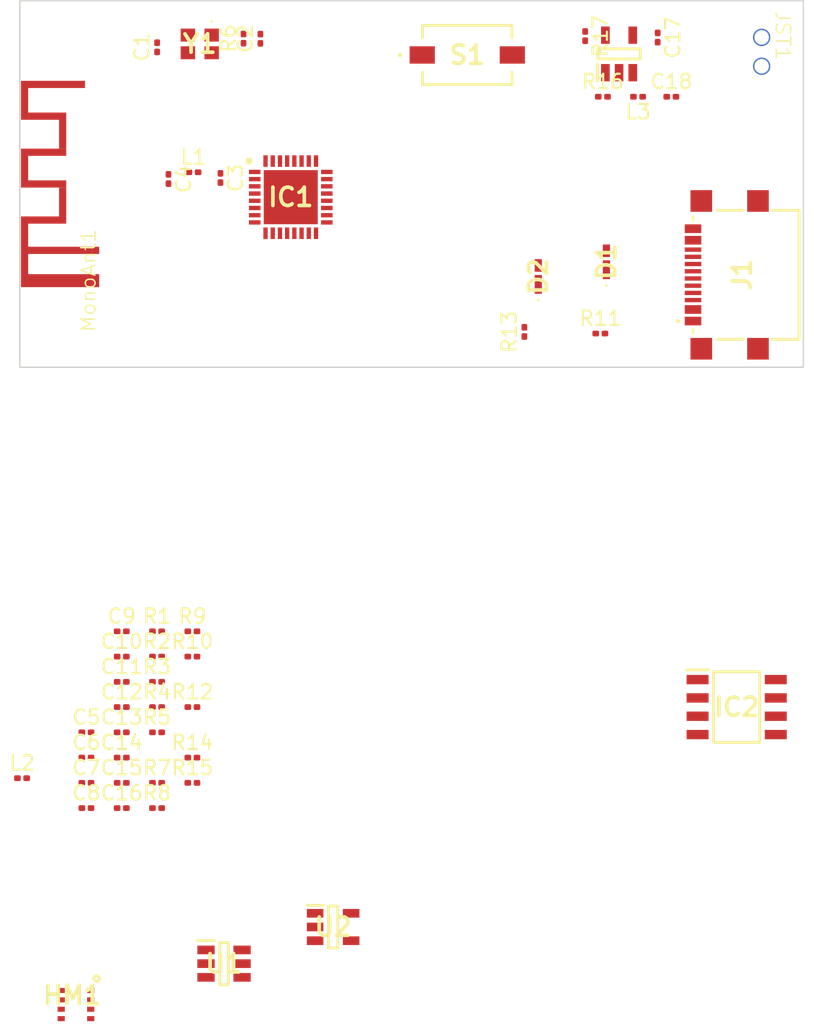
<source format=kicad_pcb>
(kicad_pcb (version 20221018) (generator pcbnew)
  (layers (0 "F.Cu" signal) (31 "B.Cu" signal) (34 "B.Paste" user) (35 "F.Paste" user) (36 "B.SilkS" user "B.Silkscreen") (37 "F.SilkS" user "F.Silkscreen") (38 "B.Mask" user) (39 "F.Mask" user) (44 "Edge.Cuts" user))
  (net 0 "")
  (net 1 "GND")
  (net 2 "+3.3V")
  (net 3 "/SDA")
  (net 4 "/SCL")
  (net 5 "Net-(IC1-CHIP_EN)")
  (net 6 "/USB_DP")
  (net 7 "/USB_DN")
  (net 8 "/USB_DN_1")
  (net 9 "VBUS")
  (net 10 "/USB_DP_1")
  (net 11 "/VBUS_Filt")
  (net 12 "Net-(U2-BP)")
  (net 13 "Net-(Y1-CRYSTAL_1)")
  (net 14 "/XTAL_N")
  (net 15 "/LNA_IN")
  (net 16 "/VDD_SPI")
  (net 18 "Net-(D1-K)")
  (net 19 "Net-(D2-K)")
  (net 20 "/GPIO3")
  (net 33 "Net-(IC1-SPIHD)")
  (net 34 "Net-(IC1-SPIWP)")
  (net 35 "/SPI_CS")
  (net 36 "Net-(IC1-SPICLK)")
  (net 37 "Net-(IC1-SPID)")
  (net 38 "Net-(IC1-SPIQ)")
  (net 39 "Net-(IC1-GPIO18)")
  (net 40 "Net-(IC1-GPIO19)")
  (net 43 "/XTAL_P")
  (net 46 "/SPI_Q")
  (net 47 "/SPI_WP")
  (net 48 "/SPI_D")
  (net 49 "/SPI_CLK")
  (net 50 "/SPI_HD")
  (net 51 "/USB_CC_1")
  (net 53 "/USB_CC_2")
  (net 59 "Net-(MonoAnt1-Feed)")
  (net 60 "Net-(IC3-EN)")
  (net 61 "Net-(IC3-LX)")
  (net 62 "Net-(IC3-FB)")
  (footprint "Capacitor_SMD:C_0201_0603Metric" (layer "F.Cu") (at 118.0592 143.347 -90)
    (fp_text reference "C3" (at 0 -1.05 90) (layer "F.SilkS"))
    (fp_text value "3p3")
    (pad "1" smd roundrect (at -0.32 0 270) (size 0.46 0.4) (layers "F.Cu" "F.Mask") (net 15 "/LNA_IN"))
    (pad "2" smd roundrect (at 0.32 0 270) (size 0.46 0.4) (layers "F.Cu" "F.Mask") (net 1 "GND"))
  )
  (footprint "Capacitor_SMD:C_0201_0603Metric" (layer "F.Cu") (at 114.4524 143.419 -90)
    (fp_text reference "C4" (at 0 -1.05 90) (layer "F.SilkS"))
    (fp_text value "3p3")
    (pad "1" smd roundrect (at -0.32 0 270) (size 0.46 0.4) (layers "F.Cu" "F.Mask") (net 59 "Net-(MonoAnt1-Feed)"))
    (pad "2" smd roundrect (at 0.32 0 270) (size 0.46 0.4) (layers "F.Cu" "F.Mask") (net 1 "GND"))
  )
  (footprint "Resistor_SMD:R_0201_0603Metric" (layer "F.Cu") (at 116.1118 180.0176)
    (fp_text reference "R12" (at 0 -1.05) (layer "F.SilkS"))
    (fp_text value "10k")
    (pad "1" smd roundrect (at -0.32 0) (size 0.46 0.4) (layers "F.Cu" "F.Mask") (net 2 "+3.3V"))
    (pad "2" smd roundrect (at 0.32 0) (size 0.46 0.4) (layers "F.Cu" "F.Mask") (net 5 "Net-(IC1-CHIP_EN)"))
  )
  (footprint "ASCKCF00-AP5R5010402:ASCKCF00AP5R5010402" (layer "F.Cu") (at 144.8308 149.1576 -90)
    (fp_text reference "D1" (at 0 0 90) (layer "F.SilkS") (effects (font (size 1.27 1.27) (thickness 0.254))))
    (fp_text value "LED" hide)
    (fp_line (start 1.6 0) (end 1.6 0) (stroke (width 0.1)) (layer "F.SilkS"))
    (fp_line (start 1.7 0) (end 1.7 0) (stroke (width 0.1)) (layer "F.SilkS"))
    (fp_arc (start 1.6 0) (mid 1.65 -0.05) (end 1.7 0) (stroke (width 0.1)) (layer "F.SilkS"))
    (fp_arc (start 1.7 0) (mid 1.65 0.05) (end 1.6 0) (stroke (width 0.1)) (layer "F.SilkS"))
    (pad "1" smd rect (at 0.55 0) (size 0.5 1.3) (layers "F.Cu" "F.Paste" "F.Mask") (net 18 "Net-(D1-K)"))
    (pad "2" smd rect (at -0.765 0) (size 0.5 0.87) (layers "F.Cu" "F.Paste" "F.Mask") (net 2 "+3.3V"))
  )
  (footprint "Footprint_Lib:Mono_Ant" (layer "F.Cu") (at 109.39605 150.4636 90)
    (fp_text reference "MonoAnt1" (at 0 -0.5 90 unlocked) (layer "F.SilkS") (effects (font (thickness 0.1))))
    (fp_text value "~")
    (fp_rect (start -0.45 -4.6736) (end 0.4492 -0.25) (stroke (width 0.001)) (fill solid) (layer "F.Cu"))
    (fp_rect (start -0.45 -4.6736) (end 4.4492 -5.1736) (stroke (width 0.001)) (fill solid) (layer "F.Cu"))
    (fp_rect (start 1.85 -4.6736) (end 2.35 -0.25) (stroke (width 0.001)) (fill solid) (layer "F.Cu"))
    (fp_rect (start 4.4492 -2.5336) (end 6.4492 -2.0336) (stroke (width 0.001)) (fill solid) (layer "F.Cu"))
    (fp_rect (start 4.4492 -2.0336) (end 3.9492 -4.6736) (stroke (width 0.001)) (fill solid) (layer "F.Cu"))
    (fp_rect (start 6.4492 -5.1736) (end 9.1492 -4.6736) (stroke (width 0.001)) (fill solid) (layer "F.Cu"))
    (fp_rect (start 6.9492 -2.0336) (end 6.4492 -4.6736) (stroke (width 0.001)) (fill solid) (layer "F.Cu"))
    (fp_rect (start 9.1492 -2.5336) (end 11.1492 -2.0336) (stroke (width 0.001)) (fill solid) (layer "F.Cu"))
    (fp_rect (start 9.1492 -2.0336) (end 8.6492 -4.6736) (stroke (width 0.001)) (fill solid) (layer "F.Cu"))
    (fp_rect (start 11.1492 -5.1736) (end 13.8492 -4.6736) (stroke (width 0.001)) (fill solid) (layer "F.Cu"))
    (fp_rect (start 11.6492 -2.0336) (end 11.1492 -4.6736) (stroke (width 0.001)) (fill solid) (layer "F.Cu"))
    (fp_rect (start 13.8492 -4.6736) (end 13.3492 -0.7336) (stroke (width 0.001)) (fill solid) (layer "F.Cu"))
    (pad "1" smd rect (at 2.1 0 270) (size 0.5 0.5) (layers "F.Cu" "F.Paste" "F.Mask") (net 59 "Net-(MonoAnt1-Feed)"))
    (pad "2" smd rect (at 0 0 270) (size 0.9 0.5) (layers "F.Cu" "F.Paste" "F.Mask") (net 1 "GND"))
  )
  (footprint "Capacitor_SMD:C_0201_0603Metric" (layer "F.Cu") (at 108.7618 185.2676)
    (fp_text reference "C7" (at 0 -1.05) (layer "F.SilkS"))
    (fp_text value "10uF")
    (pad "1" smd roundrect (at -0.32 0) (size 0.46 0.4) (layers "F.Cu" "F.Mask") (net 2 "+3.3V"))
    (pad "2" smd roundrect (at 0.32 0) (size 0.46 0.4) (layers "F.Cu" "F.Mask") (net 1 "GND"))
  )
  (footprint "Resistor_SMD:R_0201_0603Metric" (layer "F.Cu") (at 113.6618 185.2676)
    (fp_text reference "R7" (at 0 -1.05) (layer "F.SilkS"))
    (fp_text value "0")
    (pad "1" smd roundrect (at -0.32 0) (size 0.46 0.4) (layers "F.Cu" "F.Mask") (net 40 "Net-(IC1-GPIO19)"))
    (pad "2" smd roundrect (at 0.32 0) (size 0.46 0.4) (layers "F.Cu" "F.Mask") (net 6 "/USB_DP"))
  )
  (footprint "Capacitor_SMD:C_0201_0603Metric" (layer "F.Cu") (at 111.2118 174.7676)
    (fp_text reference "C9" (at 0 -1.05) (layer "F.SilkS"))
    (fp_text value "10uF")
    (pad "1" smd roundrect (at -0.32 0) (size 0.46 0.4) (layers "F.Cu" "F.Mask") (net 11 "/VBUS_Filt"))
    (pad "2" smd roundrect (at 0.32 0) (size 0.46 0.4) (layers "F.Cu" "F.Mask") (net 1 "GND"))
  )
  (footprint "Resistor_SMD:R_0201_0603Metric" (layer "F.Cu") (at 113.6618 187.0176)
    (fp_text reference "R8" (at 0 -1.05) (layer "F.SilkS"))
    (fp_text value "0")
    (pad "1" smd roundrect (at -0.32 0) (size 0.46 0.4) (layers "F.Cu" "F.Mask") (net 39 "Net-(IC1-GPIO18)"))
    (pad "2" smd roundrect (at 0.32 0) (size 0.46 0.4) (layers "F.Cu" "F.Mask") (net 7 "/USB_DN"))
  )
  (footprint "Capacitor_SMD:C_0201_0603Metric" (layer "F.Cu") (at 111.2118 181.7676)
    (fp_text reference "C13" (at 0 -1.05) (layer "F.SilkS"))
    (fp_text value "1uF")
    (pad "1" smd roundrect (at -0.32 0) (size 0.46 0.4) (layers "F.Cu" "F.Mask") (net 1 "GND"))
    (pad "2" smd roundrect (at 0.32 0) (size 0.46 0.4) (layers "F.Cu" "F.Mask") (net 16 "/VDD_SPI"))
  )
  (footprint "Resistor_SMD:R_0201_0603Metric" (layer "F.Cu") (at 119.6604 133.6882 90)
    (fp_text reference "R6" (at 0 -1.05 90) (layer "F.SilkS"))
    (fp_text value "0")
    (pad "1" smd roundrect (at -0.32 0 90) (size 0.46 0.4) (layers "F.Cu" "F.Mask") (net 43 "/XTAL_P"))
    (pad "2" smd roundrect (at 0.32 0 90) (size 0.46 0.4) (layers "F.Cu" "F.Mask") (net 13 "Net-(Y1-CRYSTAL_1)"))
  )
  (footprint "Resistor_SMD:R_0201_0603Metric" (layer "F.Cu") (at 113.6618 174.7676)
    (fp_text reference "R1" (at 0 -1.05) (layer "F.SilkS"))
    (fp_text value "0")
    (pad "1" smd roundrect (at -0.32 0) (size 0.46 0.4) (layers "F.Cu" "F.Mask") (net 33 "Net-(IC1-SPIHD)"))
    (pad "2" smd roundrect (at 0.32 0) (size 0.46 0.4) (layers "F.Cu" "F.Mask") (net 50 "/SPI_HD"))
  )
  (footprint "434781025816:434781025816" (layer "F.Cu") (at 135.1788 134.8232)
    (fp_text reference "S1" (at 0 0) (layer "F.SilkS") (effects (font (size 1.27 1.27) (thickness 0.254))))
    (fp_text value "434781025816" hide)
    (fp_line (start -4.7 0) (end -4.7 0) (stroke (width 0.2)) (layer "F.SilkS"))
    (fp_line (start -4.7 0) (end -4.7 0) (stroke (width 0.2)) (layer "F.SilkS"))
    (fp_line (start -4.6 0) (end -4.6 0) (stroke (width 0.2)) (layer "F.SilkS"))
    (fp_line (start -3.1 -2.05) (end 3.1 -2.05) (stroke (width 0.2)) (layer "F.SilkS"))
    (fp_line (start -3.1 -1.2) (end -3.1 -2.05) (stroke (width 0.2)) (layer "F.SilkS"))
    (fp_line (start -3.1 1.2) (end -3.1 2.05) (stroke (width 0.2)) (layer "F.SilkS"))
    (fp_line (start -3.1 2.05) (end 3.1 2.05) (stroke (width 0.2)) (layer "F.SilkS"))
    (fp_line (start 3.1 -2.05) (end 3.1 -1.2) (stroke (width 0.2)) (layer "F.SilkS"))
    (fp_line (start 3.1 2.05) (end 3.1 1.2) (stroke (width 0.2)) (layer "F.SilkS"))
    (fp_arc (start -4.7 0) (mid -4.65 -0.05) (end -4.6 0) (stroke (width 0.2)) (layer "F.SilkS"))
    (fp_arc (start -4.6 0) (mid -4.65 0.05) (end -4.7 0) (stroke (width 0.2)) (layer "F.SilkS"))
    (fp_arc (start -4.6 0) (mid -4.65 0.05) (end -4.7 0) (stroke (width 0.2)) (layer "F.SilkS"))
    (pad "1" smd rect (at -3.125 0 90) (size 1.2 1.75) (layers "F.Cu" "F.Paste" "F.Mask") (net 5 "Net-(IC1-CHIP_EN)"))
    (pad "2" smd rect (at 3.125 0 90) (size 1.2 1.75) (layers "F.Cu" "F.Paste" "F.Mask") (net 1 "GND"))
  )
  (footprint "Resistor_SMD:R_0201_0603Metric" (layer "F.Cu") (at 116.1118 174.7676)
    (fp_text reference "R9" (at 0 -1.05) (layer "F.SilkS"))
    (fp_text value "5k1")
    (pad "1" smd roundrect (at -0.32 0) (size 0.46 0.4) (layers "F.Cu" "F.Mask") (net 51 "/USB_CC_1"))
    (pad "2" smd roundrect (at 0.32 0) (size 0.46 0.4) (layers "F.Cu" "F.Mask") (net 1 "GND"))
  )
  (footprint "JST_Connectors:JST-PH2.0mm" (layer "F.Cu") (at 155.6004 133.604 -90)
    (fp_text reference "JST1" (at -0.1336 -1.4732 -90 unlocked) (layer "F.SilkS") (effects (font (thickness 0.1))))
    (fp_text value "~")
    (pad "1" thru_hole circle (at 0 0 270) (size 1.2 1.2) (drill 1) (layers "*.Cu" "*.Mask") (net 60 "Net-(IC3-EN)"))
    (pad "2" thru_hole circle (at 2 0 270) (size 1.2 1.2) (drill 1) (layers "*.Cu" "*.Mask") (net 1 "GND"))
  )
  (footprint "Capacitor_SMD:C_0201_0603Metric" (layer "F.Cu") (at 108.7618 181.7676)
    (fp_text reference "C5" (at 0 -1.05) (layer "F.SilkS"))
    (fp_text value "x")
    (pad "1" smd roundrect (at -0.32 0) (size 0.46 0.4) (layers "F.Cu" "F.Mask") (net 7 "/USB_DN"))
    (pad "2" smd roundrect (at 0.32 0) (size 0.46 0.4) (layers "F.Cu" "F.Mask") (net 1 "GND"))
  )
  (footprint "Inductor_SMD:L_0201_0603Metric" (layer "F.Cu") (at 147.0258 137.7188 180)
    (fp_text reference "L3" (at 0 -1.05) (layer "F.SilkS"))
    (fp_text value "2.2u")
    (pad "1" smd roundrect (at -0.32 0 180) (size 0.46 0.4) (layers "F.Cu" "F.Mask") (net 2 "+3.3V"))
    (pad "2" smd roundrect (at 0.32 0 180) (size 0.46 0.4) (layers "F.Cu" "F.Mask") (net 61 "Net-(IC3-LX)"))
  )
  (footprint "BME280:BME280" (layer "F.Cu") (at 107.0112 199.6576)
    (fp_text reference "HM1" (at 0.764 0.338) (layer "F.SilkS") (effects (font (size 1.27 1.27) (thickness 0.254))))
    (fp_text value "BME280" hide)
    (fp_circle (center 2.455 -0.827) (end 2.455 -0.62311) (stroke (width 0.2)) (fill none) (layer "F.SilkS"))
    (pad "1" smd rect (at 2.05 0 90) (size 0.35 0.5) (layers "F.Cu" "F.Paste" "F.Mask") (net 1 "GND"))
    (pad "2" smd rect (at 2.05 0.65 90) (size 0.35 0.5) (layers "F.Cu" "F.Paste" "F.Mask") (net 2 "+3.3V"))
    (pad "3" smd rect (at 2.05 1.3 90) (size 0.35 0.5) (layers "F.Cu" "F.Paste" "F.Mask") (net 3 "/SDA"))
    (pad "4" smd rect (at 2.05 1.95 90) (size 0.35 0.5) (layers "F.Cu" "F.Paste" "F.Mask") (net 4 "/SCL"))
    (pad "5" smd rect (at 0 1.95 90) (size 0.35 0.5) (layers "F.Cu" "F.Paste" "F.Mask") (net 1 "GND"))
    (pad "6" smd rect (at 0 1.3 90) (size 0.35 0.5) (layers "F.Cu" "F.Paste" "F.Mask") (net 2 "+3.3V"))
    (pad "7" smd rect (at 0 0.65 90) (size 0.35 0.5) (layers "F.Cu" "F.Paste" "F.Mask") (net 1 "GND"))
    (pad "8" smd rect (at 0 0 90) (size 0.35 0.5) (layers "F.Cu" "F.Paste" "F.Mask") (net 2 "+3.3V"))
  )
  (footprint "Resistor_SMD:R_0201_0603Metric" (layer "F.Cu") (at 113.6618 181.7676)
    (fp_text reference "R5" (at 0 -1.05) (layer "F.SilkS"))
    (fp_text value "0")
    (pad "1" smd roundrect (at -0.32 0) (size 0.46 0.4) (layers "F.Cu" "F.Mask") (net 37 "Net-(IC1-SPID)"))
    (pad "2" smd roundrect (at 0.32 0) (size 0.46 0.4) (layers "F.Cu" "F.Mask") (net 48 "/SPI_D"))
  )
  (footprint "SPX3819M5-L-3-3_TR:SOT95P280X145-5N" (layer "F.Cu") (at 125.8748 195.2576)
    (fp_text reference "U2" (at 0 0) (layer "F.SilkS") (effects (font (size 1.27 1.27) (thickness 0.254))))
    (fp_text value "SPX3819M5-L-3-3" hide)
    (fp_line (start -1.825 -1.5) (end -0.675 -1.5) (stroke (width 0.2)) (layer "F.SilkS"))
    (fp_line (start -0.325 -1.45) (end 0.325 -1.45) (stroke (width 0.2)) (layer "F.SilkS"))
    (fp_line (start -0.325 1.45) (end -0.325 -1.45) (stroke (width 0.2)) (layer "F.SilkS"))
    (fp_line (start 0.325 -1.45) (end 0.325 1.45) (stroke (width 0.2)) (layer "F.SilkS"))
    (fp_line (start 0.325 1.45) (end -0.325 1.45) (stroke (width 0.2)) (layer "F.SilkS"))
    (pad "1" smd rect (at -1.25 -0.95 90) (size 0.6 1.15) (layers "F.Cu" "F.Paste" "F.Mask") (net 11 "/VBUS_Filt"))
    (pad "2" smd rect (at -1.25 0 90) (size 0.6 1.15) (layers "F.Cu" "F.Paste" "F.Mask") (net 1 "GND"))
    (pad "3" smd rect (at -1.25 0.95 90) (size 0.6 1.15) (layers "F.Cu" "F.Paste" "F.Mask") (net 11 "/VBUS_Filt"))
    (pad "4" smd rect (at 1.25 0.95 90) (size 0.6 1.15) (layers "F.Cu" "F.Paste" "F.Mask") (net 12 "Net-(U2-BP)"))
    (pad "5" smd rect (at 1.25 -0.95 90) (size 0.6 1.15) (layers "F.Cu" "F.Paste" "F.Mask") (net 2 "+3.3V"))
  )
  (footprint "Capacitor_SMD:C_0201_0603Metric" (layer "F.Cu") (at 111.2118 176.5176)
    (fp_text reference "C10" (at 0 -1.05) (layer "F.SilkS"))
    (fp_text value "100nF")
    (pad "1" smd roundrect (at -0.32 0) (size 0.46 0.4) (layers "F.Cu" "F.Mask") (net 9 "VBUS"))
    (pad "2" smd roundrect (at 0.32 0) (size 0.46 0.4) (layers "F.Cu" "F.Mask") (net 1 "GND"))
  )
  (footprint "Resistor_SMD:R_0201_0603Metric" (layer "F.Cu") (at 116.1118 183.5176)
    (fp_text reference "R14" (at 0 -1.05) (layer "F.SilkS"))
    (fp_text value "4k7")
    (pad "1" smd roundrect (at -0.32 0) (size 0.46 0.4) (layers "F.Cu" "F.Mask") (net 2 "+3.3V"))
    (pad "2" smd roundrect (at 0.32 0) (size 0.46 0.4) (layers "F.Cu" "F.Mask") (net 3 "/SDA"))
  )
  (footprint "Capacitor_SMD:C_0201_0603Metric" (layer "F.Cu") (at 148.3868 133.6146 -90)
    (fp_text reference "C17" (at 0 -1.05 90) (layer "F.SilkS"))
    (fp_text value "22u")
    (pad "1" smd roundrect (at -0.32 0 270) (size 0.46 0.4) (layers "F.Cu" "F.Mask") (net 60 "Net-(IC3-EN)"))
    (pad "2" smd roundrect (at 0.32 0 270) (size 0.46 0.4) (layers "F.Cu" "F.Mask") (net 1 "GND"))
  )
  (footprint "Resistor_SMD:R_0201_0603Metric" (layer "F.Cu") (at 113.6618 176.5176)
    (fp_text reference "R2" (at 0 -1.05) (layer "F.SilkS"))
    (fp_text value "0")
    (pad "1" smd roundrect (at -0.32 0) (size 0.46 0.4) (layers "F.Cu" "F.Mask") (net 38 "Net-(IC1-SPIQ)"))
    (pad "2" smd roundrect (at 0.32 0) (size 0.46 0.4) (layers "F.Cu" "F.Mask") (net 46 "/SPI_Q"))
  )
  (footprint "SY8089AAAC:SOT95P285X140-5N" (layer "F.Cu") (at 145.7096 134.7516 90)
    (fp_text reference "IC3" hide)
    (fp_text value "SMD_IC_SY8089AAAC" hide)
    (fp_line (start -1.9 -1.5) (end -0.7 -1.5) (stroke (width 0.2)) (layer "F.SilkS"))
    (fp_line (start -0.35 -1.475) (end 0.35 -1.475) (stroke (width 0.2)) (layer "F.SilkS"))
    (fp_line (start -0.35 1.475) (end -0.35 -1.475) (stroke (width 0.2)) (layer "F.SilkS"))
    (fp_line (start 0.35 -1.475) (end 0.35 1.475) (stroke (width 0.2)) (layer "F.SilkS"))
    (fp_line (start 0.35 1.475) (end -0.35 1.475) (stroke (width 0.2)) (layer "F.SilkS"))
    (pad "1" smd rect (at -1.3 -0.95 180) (size 0.6 1.2) (layers "F.Cu" "F.Paste" "F.Mask") (net 60 "Net-(IC3-EN)"))
    (pad "2" smd rect (at -1.3 0 180) (size 0.6 1.2) (layers "F.Cu" "F.Paste" "F.Mask") (net 1 "GND"))
    (pad "3" smd rect (at -1.3 0.95 180) (size 0.6 1.2) (layers "F.Cu" "F.Paste" "F.Mask") (net 61 "Net-(IC3-LX)"))
    (pad "4" smd rect (at 1.3 0.95 180) (size 0.6 1.2) (layers "F.Cu" "F.Paste" "F.Mask") (net 60 "Net-(IC3-EN)"))
    (pad "5" smd rect (at 1.3 -0.95 180) (size 0.6 1.2) (layers "F.Cu" "F.Paste" "F.Mask") (net 62 "Net-(IC3-FB)"))
  )
  (footprint "ESP32-C3:QFN50P500X500X90-33N-D" (layer "F.Cu") (at 122.936 144.6784)
    (fp_text reference "IC1" (at 0 0) (layer "F.SilkS") (effects (font (size 1.27 1.27) (thickness 0.254))))
    (fp_text value "ESP32-C3" hide)
    (fp_circle (center -2.9 -2.5) (end -2.9 -2.375) (stroke (width 0.25)) (fill none) (layer "F.SilkS"))
    (pad "1" smd rect (at -2.5 -1.75 90) (size 0.3 0.8) (layers "F.Cu" "F.Paste" "F.Mask") (net 15 "/LNA_IN"))
    (pad "2" smd rect (at -2.5 -1.25 90) (size 0.3 0.8) (layers "F.Cu" "F.Paste" "F.Mask"))
    (pad "3" smd rect (at -2.5 -0.75 90) (size 0.3 0.8) (layers "F.Cu" "F.Paste" "F.Mask"))
    (pad "4" smd rect (at -2.5 -0.25 90) (size 0.3 0.8) (layers "F.Cu" "F.Paste" "F.Mask"))
    (pad "5" smd rect (at -2.5 0.25 90) (size 0.3 0.8) (layers "F.Cu" "F.Paste" "F.Mask"))
    (pad "6" smd rect (at -2.5 0.75 90) (size 0.3 0.8) (layers "F.Cu" "F.Paste" "F.Mask"))
    (pad "7" smd rect (at -2.5 1.25 90) (size 0.3 0.8) (layers "F.Cu" "F.Paste" "F.Mask") (net 5 "Net-(IC1-CHIP_EN)"))
    (pad "8" smd rect (at -2.5 1.75 90) (size 0.3 0.8) (layers "F.Cu" "F.Paste" "F.Mask") (net 20 "/GPIO3"))
    (pad "9" smd rect (at -1.75 2.5) (size 0.3 0.8) (layers "F.Cu" "F.Paste" "F.Mask"))
    (pad "10" smd rect (at -1.25 2.5) (size 0.3 0.8) (layers "F.Cu" "F.Paste" "F.Mask"))
    (pad "11" smd rect (at -0.75 2.5) (size 0.3 0.8) (layers "F.Cu" "F.Paste" "F.Mask"))
    (pad "12" smd rect (at -0.25 2.5) (size 0.3 0.8) (layers "F.Cu" "F.Paste" "F.Mask"))
    (pad "13" smd rect (at 0.25 2.5) (size 0.3 0.8) (layers "F.Cu" "F.Paste" "F.Mask"))
    (pad "14" smd rect (at 0.75 2.5) (size 0.3 0.8) (layers "F.Cu" "F.Paste" "F.Mask") (net 4 "/SCL"))
    (pad "15" smd rect (at 1.25 2.5) (size 0.3 0.8) (layers "F.Cu" "F.Paste" "F.Mask") (net 3 "/SDA"))
    (pad "16" smd rect (at 1.75 2.5) (size 0.3 0.8) (layers "F.Cu" "F.Paste" "F.Mask"))
    (pad "17" smd rect (at 2.5 1.75 90) (size 0.3 0.8) (layers "F.Cu" "F.Paste" "F.Mask"))
    (pad "18" smd rect (at 2.5 1.25 90) (size 0.3 0.8) (layers "F.Cu" "F.Paste" "F.Mask") (net 16 "/VDD_SPI"))
    (pad "19" smd rect (at 2.5 0.75 90) (size 0.3 0.8) (layers "F.Cu" "F.Paste" "F.Mask") (net 33 "Net-(IC1-SPIHD)"))
    (pad "20" smd rect (at 2.5 0.25 90) (size 0.3 0.8) (layers "F.Cu" "F.Paste" "F.Mask") (net 34 "Net-(IC1-SPIWP)"))
    (pad "21" smd rect (at 2.5 -0.25 90) (size 0.3 0.8) (layers "F.Cu" "F.Paste" "F.Mask") (net 35 "/SPI_CS"))
    (pad "22" smd rect (at 2.5 -0.75 90) (size 0.3 0.8) (layers "F.Cu" "F.Paste" "F.Mask") (net 36 "Net-(IC1-SPICLK)"))
    (pad "23" smd rect (at 2.5 -1.25 90) (size 0.3 0.8) (layers "F.Cu" "F.Paste" "F.Mask") (net 37 "Net-(IC1-SPID)"))
    (pad "24" smd rect (at 2.5 -1.75 90) (size 0.3 0.8) (layers "F.Cu" "F.Paste" "F.Mask") (net 38 "Net-(IC1-SPIQ)"))
    (pad "25" smd rect (at 1.75 -2.5) (size 0.3 0.8) (layers "F.Cu" "F.Paste" "F.Mask") (net 39 "Net-(IC1-GPIO18)"))
    (pad "26" smd rect (at 1.25 -2.5) (size 0.3 0.8) (layers "F.Cu" "F.Paste" "F.Mask") (net 40 "Net-(IC1-GPIO19)"))
    (pad "27" smd rect (at 0.75 -2.5) (size 0.3 0.8) (layers "F.Cu" "F.Paste" "F.Mask"))
    (pad "28" smd rect (at 0.25 -2.5) (size 0.3 0.8) (layers "F.Cu" "F.Paste" "F.Mask"))
    (pad "29" smd rect (at -0.25 -2.5) (size 0.3 0.8) (layers "F.Cu" "F.Paste" "F.Mask") (net 14 "/XTAL_N"))
    (pad "30" smd rect (at -0.75 -2.5) (size 0.3 0.8) (layers "F.Cu" "F.Paste" "F.Mask") (net 43 "/XTAL_P"))
    (pad "31" smd rect (at -1.25 -2.5) (size 0.3 0.8) (layers "F.Cu" "F.Paste" "F.Mask"))
    (pad "32" smd rect (at -1.75 -2.5) (size 0.3 0.8) (layers "F.Cu" "F.Paste" "F.Mask"))
    (pad "33" smd rect (at 0 0) (size 3.75 3.75) (layers "F.Cu" "F.Paste" "F.Mask") (net 1 "GND"))
  )
  (footprint "Resistor_SMD:R_0201_0603Metric" (layer "F.Cu") (at 113.6618 178.2676)
    (fp_text reference "R3" (at 0 -1.05) (layer "F.SilkS"))
    (fp_text value "0")
    (pad "1" smd roundrect (at -0.32 0) (size 0.46 0.4) (layers "F.Cu" "F.Mask") (net 34 "Net-(IC1-SPIWP)"))
    (pad "2" smd roundrect (at 0.32 0) (size 0.46 0.4) (layers "F.Cu" "F.Mask") (net 47 "/SPI_WP"))
  )
  (footprint "Capacitor_SMD:C_0201_0603Metric" (layer "F.Cu") (at 111.2118 187.0176)
    (fp_text reference "C16" (at 0 -1.05) (layer "F.SilkS"))
    (fp_text value "100n")
    (pad "1" smd roundrect (at -0.32 0) (size 0.46 0.4) (layers "F.Cu" "F.Mask") (net 2 "+3.3V"))
    (pad "2" smd roundrect (at 0.32 0) (size 0.46 0.4) (layers "F.Cu" "F.Mask") (net 1 "GND"))
  )
  (footprint "Capacitor_SMD:C_0201_0603Metric" (layer "F.Cu") (at 108.7618 187.0176)
    (fp_text reference "C8" (at 0 -1.05) (layer "F.SilkS"))
    (fp_text value "100nF")
    (pad "1" smd roundrect (at -0.32 0) (size 0.46 0.4) (layers "F.Cu" "F.Mask") (net 12 "Net-(U2-BP)"))
    (pad "2" smd roundrect (at 0.32 0) (size 0.46 0.4) (layers "F.Cu" "F.Mask") (net 1 "GND"))
  )
  (footprint "Capacitor_SMD:C_0201_0603Metric" (layer "F.Cu") (at 149.3368 137.7188)
    (fp_text reference "C18" (at 0 -1.05) (layer "F.SilkS"))
    (fp_text value "22u")
    (pad "1" smd roundrect (at -0.32 0) (size 0.46 0.4) (layers "F.Cu" "F.Mask") (net 2 "+3.3V"))
    (pad "2" smd roundrect (at 0.32 0) (size 0.46 0.4) (layers "F.Cu" "F.Mask") (net 1 "GND"))
  )
  (footprint "Inductor_SMD:L_0201_0603Metric" (layer "F.Cu") (at 104.2966 184.9452)
    (fp_text reference "L2" (at 0 -1.05) (layer "F.SilkS"))
    (fp_text value "2n2")
    (pad "1" smd roundrect (at -0.32 0) (size 0.46 0.4) (layers "F.Cu" "F.Mask") (net 9 "VBUS"))
    (pad "2" smd roundrect (at 0.32 0) (size 0.46 0.4) (layers "F.Cu" "F.Mask") (net 11 "/VBUS_Filt"))
  )
  (footprint "Capacitor_SMD:C_0201_0603Metric" (layer "F.Cu") (at 111.2118 178.2676)
    (fp_text reference "C11" (at 0 -1.05) (layer "F.SilkS"))
    (fp_text value "100nF")
    (pad "1" smd roundrect (at -0.32 0) (size 0.46 0.4) (layers "F.Cu" "F.Mask") (net 11 "/VBUS_Filt"))
    (pad "2" smd roundrect (at 0.32 0) (size 0.46 0.4) (layers "F.Cu" "F.Mask") (net 1 "GND"))
  )
  (footprint "Resistor_SMD:R_0201_0603Metric" (layer "F.Cu") (at 116.1118 176.5176)
    (fp_text reference "R10" (at 0 -1.05) (layer "F.SilkS"))
    (fp_text value "5k1")
    (pad "1" smd roundrect (at -0.32 0) (size 0.46 0.4) (layers "F.Cu" "F.Mask") (net 1 "GND"))
    (pad "2" smd roundrect (at 0.32 0) (size 0.46 0.4) (layers "F.Cu" "F.Mask") (net 53 "/USB_CC_2"))
  )
  (footprint "830108208709:830108208709" (layer "F.Cu") (at 116.6246 134.0578 180)
    (fp_text reference "Y1" (at 0 0) (layer "F.SilkS") (effects (font (size 1.27 1.27) (thickness 0.254))))
    (fp_text value "830108208709_crystal" hide)
    (fp_line (start -0.825 1.5) (end -0.825 1.5) (stroke (width 0.1)) (layer "F.SilkS"))
    (fp_line (start -0.825 1.6) (end -0.825 1.6) (stroke (width 0.1)) (layer "F.SilkS"))
    (fp_arc (start -0.825 1.5) (mid -0.775 1.55) (end -0.825 1.6) (stroke (width 0.1)) (layer "F.SilkS"))
    (fp_arc (start -0.825 1.6) (mid -0.875 1.55) (end -0.825 1.5) (stroke (width 0.1)) (layer "F.SilkS"))
    (pad "1" smd rect (at -0.825 0.613 270) (size 0.9 1) (layers "F.Cu" "F.Paste" "F.Mask") (net 13 "Net-(Y1-CRYSTAL_1)"))
    (pad "2" smd rect (at 0.825 0.613 270) (size 0.9 1) (layers "F.Cu" "F.Paste" "F.Mask") (net 1 "GND"))
    (pad "3" smd rect (at 0.825 -0.613 270) (size 0.9 1) (layers "F.Cu" "F.Paste" "F.Mask") (net 14 "/XTAL_N"))
    (pad "4" smd rect (at -0.825 -0.613 270) (size 0.9 1) (layers "F.Cu" "F.Paste" "F.Mask") (net 1 "GND"))
  )
  (footprint "Capacitor_SMD:C_0201_0603Metric" (layer "F.Cu") (at 111.2118 185.2676)
    (fp_text reference "C15" (at 0 -1.05) (layer "F.SilkS"))
    (fp_text value "100n")
    (pad "1" smd roundrect (at -0.32 0) (size 0.46 0.4) (layers "F.Cu" "F.Mask") (net 2 "+3.3V"))
    (pad "2" smd roundrect (at 0.32 0) (size 0.46 0.4) (layers "F.Cu" "F.Mask") (net 1 "GND"))
  )
  (footprint "Resistor_SMD:R_0201_0603Metric" (layer "F.Cu") (at 113.6618 180.0176)
    (fp_text reference "R4" (at 0 -1.05) (layer "F.SilkS"))
    (fp_text value "0")
    (pad "1" smd roundrect (at -0.32 0) (size 0.46 0.4) (layers "F.Cu" "F.Mask") (net 36 "Net-(IC1-SPICLK)"))
    (pad "2" smd roundrect (at 0.32 0) (size 0.46 0.4) (layers "F.Cu" "F.Mask") (net 49 "/SPI_CLK"))
  )
  (footprint "Capacitor_SMD:C_0201_0603Metric" (layer "F.Cu") (at 111.2118 183.5176)
    (fp_text reference "C14" (at 0 -1.05) (layer "F.SilkS"))
    (fp_text value "1uF")
    (pad "1" smd roundrect (at -0.32 0) (size 0.46 0.4) (layers "F.Cu" "F.Mask") (net 5 "Net-(IC1-CHIP_EN)"))
    (pad "2" smd roundrect (at 0.32 0) (size 0.46 0.4) (layers "F.Cu" "F.Mask") (net 1 "GND"))
  )
  (footprint "Capacitor_SMD:C_0201_0603Metric" (layer "F.Cu") (at 108.7618 183.5176)
    (fp_text reference "C6" (at 0 -1.05) (layer "F.SilkS"))
    (fp_text value "x")
    (pad "1" smd roundrect (at -0.32 0) (size 0.46 0.4) (layers "F.Cu" "F.Mask") (net 6 "/USB_DP"))
    (pad "2" smd roundrect (at 0.32 0) (size 0.46 0.4) (layers "F.Cu" "F.Mask") (net 1 "GND"))
  )
  (footprint "ASCKCF00-AP5R5010402:ASCKCF00AP5R5010402" (layer "F.Cu") (at 140.1064 150.1736 -90)
    (fp_text reference "D2" (at 0 0 90) (layer "F.SilkS") (effects (font (size 1.27 1.27) (thickness 0.254))))
    (fp_text value "LED" hide)
    (fp_line (start 1.6 0) (end 1.6 0) (stroke (width 0.1)) (layer "F.SilkS"))
    (fp_line (start 1.7 0) (end 1.7 0) (stroke (width 0.1)) (layer "F.SilkS"))
    (fp_arc (start 1.6 0) (mid 1.65 -0.05) (end 1.7 0) (stroke (width 0.1)) (layer "F.SilkS"))
    (fp_arc (start 1.7 0) (mid 1.65 0.05) (end 1.6 0) (stroke (width 0.1)) (layer "F.SilkS"))
    (pad "1" smd rect (at 0.55 0) (size 0.5 1.3) (layers "F.Cu" "F.Paste" "F.Mask") (net 19 "Net-(D2-K)"))
    (pad "2" smd rect (at -0.765 0) (size 0.5 0.87) (layers "F.Cu" "F.Paste" "F.Mask") (net 20 "/GPIO3"))
  )
  (footprint "Capacitor_SMD:C_0201_0603Metric" (layer "F.Cu") (at 113.666 134.2932 90)
    (fp_text reference "C1" (at 0 -1.05 90) (layer "F.SilkS"))
    (fp_text value "10p")
    (pad "1" smd roundrect (at -0.32 0 90) (size 0.46 0.4) (layers "F.Cu" "F.Mask") (net 14 "/XTAL_N"))
    (pad "2" smd roundrect (at 0.32 0 90) (size 0.46 0.4) (layers "F.Cu" "F.Mask") (net 1 "GND"))
  )
  (footprint "Resistor_SMD:R_0201_0603Metric" (layer "F.Cu") (at 144.4092 154.1272)
    (fp_text reference "R11" (at 0 -1.05) (layer "F.SilkS"))
    (fp_text value "1k")
    (pad "1" smd roundrect (at -0.32 0) (size 0.46 0.4) (layers "F.Cu" "F.Mask") (net 1 "GND"))
    (pad "2" smd roundrect (at 0.32 0) (size 0.46 0.4) (layers "F.Cu" "F.Mask") (net 18 "Net-(D1-K)"))
  )
  (footprint "USBLC6-2SC6:SOT95P280X145-6N" (layer "F.Cu") (at 118.3068 197.7976)
    (fp_text reference "U1" (at 0 0) (layer "F.SilkS") (effects (font (size 1.27 1.27) (thickness 0.254))))
    (fp_text value "ESD Protection" hide)
    (fp_line (start -1.85 -1.6) (end -0.65 -1.6) (stroke (width 0.2)) (layer "F.SilkS"))
    (fp_line (start -0.3 -1.462) (end 0.3 -1.462) (stroke (width 0.2)) (layer "F.SilkS"))
    (fp_line (start -0.3 1.462) (end -0.3 -1.462) (stroke (width 0.2)) (layer "F.SilkS"))
    (fp_line (start 0.3 -1.462) (end 0.3 1.462) (stroke (width 0.2)) (layer "F.SilkS"))
    (fp_line (start 0.3 1.462) (end -0.3 1.462) (stroke (width 0.2)) (layer "F.SilkS"))
    (pad "1" smd rect (at -1.25 -0.95 90) (size 0.6 1.2) (layers "F.Cu" "F.Paste" "F.Mask") (net 6 "/USB_DP"))
    (pad "2" smd rect (at -1.25 0 90) (size 0.6 1.2) (layers "F.Cu" "F.Paste" "F.Mask") (net 1 "GND"))
    (pad "3" smd rect (at -1.25 0.95 90) (size 0.6 1.2) (layers "F.Cu" "F.Paste" "F.Mask") (net 7 "/USB_DN"))
    (pad "4" smd rect (at 1.25 0.95 90) (size 0.6 1.2) (layers "F.Cu" "F.Paste" "F.Mask") (net 8 "/USB_DN_1"))
    (pad "5" smd rect (at 1.25 0 90) (size 0.6 1.2) (layers "F.Cu" "F.Paste" "F.Mask") (net 9 "VBUS"))
    (pad "6" smd rect (at 1.25 -0.95 90) (size 0.6 1.2) (layers "F.Cu" "F.Paste" "F.Mask") (net 10 "/USB_DP_1"))
  )
  (footprint "Resistor_SMD:R_0201_0603Metric" (layer "F.Cu") (at 116.1118 185.2676)
    (fp_text reference "R15" (at 0 -1.05) (layer "F.SilkS"))
    (fp_text value "4k7")
    (pad "1" smd roundrect (at -0.32 0) (size 0.46 0.4) (layers "F.Cu" "F.Mask") (net 2 "+3.3V"))
    (pad "2" smd roundrect (at 0.32 0) (size 0.46 0.4) (layers "F.Cu" "F.Mask") (net 4 "/SCL"))
  )
  (footprint "Resistor_SMD:R_0201_0603Metric" (layer "F.Cu") (at 143.3576 133.5176 -90)
    (fp_text reference "R17" (at 0 -1.05 90) (layer "F.SilkS"))
    (fp_text value "47k")
    (pad "1" smd roundrect (at -0.32 0 270) (size 0.46 0.4) (layers "F.Cu" "F.Mask") (net 62 "Net-(IC3-FB)"))
    (pad "2" smd roundrect (at 0.32 0 270) (size 0.46 0.4) (layers "F.Cu" "F.Mask") (net 1 "GND"))
  )
  (footprint "Resistor_SMD:R_0201_0603Metric" (layer "F.Cu") (at 139.1412 154.015 90)
    (fp_text reference "R13" (at 0 -1.05 90) (layer "F.SilkS"))
    (fp_text value "1k")
    (pad "1" smd roundrect (at -0.32 0 90) (size 0.46 0.4) (layers "F.Cu" "F.Mask") (net 1 "GND"))
    (pad "2" smd roundrect (at 0.32 0 90) (size 0.46 0.4) (layers "F.Cu" "F.Mask") (net 19 "Net-(D2-K)"))
  )
  (footprint "Resistor_SMD:R_0201_0603Metric" (layer "F.Cu") (at 144.5874 137.7188)
    (fp_text reference "R16" (at 0 -1.05) (layer "F.SilkS"))
    (fp_text value "220k")
    (pad "1" smd roundrect (at -0.32 0) (size 0.46 0.4) (layers "F.Cu" "F.Mask") (net 62 "Net-(IC3-FB)"))
    (pad "2" smd roundrect (at 0.32 0) (size 0.46 0.4) (layers "F.Cu" "F.Mask") (net 2 "+3.3V"))
  )
  (footprint "Capacitor_SMD:C_0201_0603Metric" (layer "F.Cu") (at 120.8288 133.6988 90)
    (fp_text reference "C2" (at 0 -1.05 90) (layer "F.SilkS"))
    (fp_text value "10p")
    (pad "1" smd roundrect (at -0.32 0 90) (size 0.46 0.4) (layers "F.Cu" "F.Mask") (net 1 "GND"))
    (pad "2" smd roundrect (at 0.32 0 90) (size 0.46 0.4) (layers "F.Cu" "F.Mask") (net 13 "Net-(Y1-CRYSTAL_1)"))
  )
  (footprint "GSB1C41110SSHR:GSB1C41110SSHR" (layer "F.Cu") (at 154.2288 150.0632 90)
    (fp_text reference "J1" (at 0 0 90) (layer "F.SilkS") (effects (font (size 1.27 1.27) (thickness 0.254))))
    (fp_text value "USB-C Connector" hide)
    (fp_line (start -4.47 -1.712) (end -4.47 0.088) (stroke (width 0.2)) (layer "F.SilkS"))
    (fp_line (start -4.47 2.088) (end -4.47 3.965) (stroke (width 0.2)) (layer "F.SilkS"))
    (fp_line (start -4.47 3.965) (end 4.47 3.965) (stroke (width 0.2)) (layer "F.SilkS"))
    (fp_line (start -4 -3.385) (end -3.8 -3.39) (stroke (width 0.2)) (layer "F.SilkS"))
    (fp_line (start -3.2 -4.5) (end -3.2 -4.5) (stroke (width 0.2)) (layer "F.SilkS"))
    (fp_line (start -3.2 -4.5) (end -3.2 -4.5) (stroke (width 0.2)) (layer "F.SilkS"))
    (fp_line (start -3.2 -4.4) (end -3.2 -4.4) (stroke (width 0.2)) (layer "F.SilkS"))
    (fp_line (start 3.8 -3.39) (end 4 -3.39) (stroke (width 0.2)) (layer "F.SilkS"))
    (fp_line (start 4.47 0.088) (end 4.47 -1.712) (stroke (width 0.2)) (layer "F.SilkS"))
    (fp_line (start 4.47 3.965) (end 4.47 2.088) (stroke (width 0.2)) (layer "F.SilkS"))
    (fp_arc (start -3.2 -4.5) (mid -3.15 -4.45) (end -3.2 -4.4) (stroke (width 0.2)) (layer "F.SilkS"))
    (fp_arc (start -3.2 -4.4) (mid -3.25 -4.45) (end -3.2 -4.5) (stroke (width 0.2)) (layer "F.SilkS"))
    (fp_arc (start -3.2 -4.4) (mid -3.25 -4.45) (end -3.2 -4.5) (stroke (width 0.2)) (layer "F.SilkS"))
    (pad "" np_thru_hole circle (at -2.89 -2.315 90) (size 0.65 0.65) (drill 0.65) (layers "*.Cu" "*.Mask"))
    (pad "" np_thru_hole circle (at 2.89 -2.315 90) (size 0.65 0.65) (drill 0.65) (layers "*.Cu" "*.Mask"))
    (pad "A1" smd rect (at -3.2 -3.39 90) (size 0.6 1.15) (layers "F.Cu" "F.Paste" "F.Mask") (net 1 "GND"))
    (pad "A4" smd rect (at -2.4 -3.39 90) (size 0.6 1.15) (layers "F.Cu" "F.Paste" "F.Mask") (net 9 "VBUS"))
    (pad "A5" smd rect (at -1.25 -3.39 90) (size 0.3 1.15) (layers "F.Cu" "F.Paste" "F.Mask") (net 51 "/USB_CC_1"))
    (pad "A6" smd rect (at -0.25 -3.39 90) (size 0.3 1.15) (layers "F.Cu" "F.Paste" "F.Mask") (net 10 "/USB_DP_1"))
    (pad "A7" smd rect (at 0.25 -3.39 90) (size 0.3 1.15) (layers "F.Cu" "F.Paste" "F.Mask") (net 8 "/USB_DN_1"))
    (pad "A8" smd rect (at 1.25 -3.39 90) (size 0.3 1.15) (layers "F.Cu" "F.Paste" "F.Mask"))
    (pad "A9" smd rect (at 2.4 -3.39 90) (size 0.6 1.15) (layers "F.Cu" "F.Paste" "F.Mask") (net 9 "VBUS"))
    (pad "A12" smd rect (at 3.2 -3.39 90) (size 0.6 1.15) (layers "F.Cu" "F.Paste" "F.Mask") (net 1 "GND"))
    (pad "B5" smd rect (at 1.75 -3.39 90) (size 0.3 1.15) (layers "F.Cu" "F.Paste" "F.Mask") (net 53 "/USB_CC_2"))
    (pad "B6" smd rect (at 0.75 -3.39 90) (size 0.3 1.15) (layers "F.Cu" "F.Paste" "F.Mask") (net 10 "/USB_DP_1"))
    (pad "B7" smd rect (at -0.75 -3.39 90) (size 0.3 1.15) (layers "F.Cu" "F.Paste" "F.Mask") (net 8 "/USB_DN_1"))
    (pad "B8" smd rect (at -1.75 -3.39 90) (size 0.3 1.15) (layers "F.Cu" "F.Paste" "F.Mask"))
    (pad "MP1" smd rect (at -5.12 -2.815 180) (size 1.5 1.5) (layers "F.Cu" "F.Paste" "F.Mask"))
    (pad "MP2" smd rect (at 5.12 -2.815 180) (size 1.5 1.5) (layers "F.Cu" "F.Paste" "F.Mask"))
    (pad "MP3" smd rect (at -5.12 1.115 180) (size 1.5 1.5) (layers "F.Cu" "F.Paste" "F.Mask"))
    (pad "MP4" smd rect (at 5.12 1.115 180) (size 1.5 1.5) (layers "F.Cu" "F.Paste" "F.Mask"))
  )
  (footprint "Inductor_SMD:L_0201_0603Metric" (layer "F.Cu") (at 116.1902 142.9512)
    (fp_text reference "L1" (at 0 -1.05) (layer "F.SilkS"))
    (fp_text value "2n2")
    (pad "1" smd roundrect (at -0.32 0) (size 0.46 0.4) (layers "F.Cu" "F.Mask") (net 59 "Net-(MonoAnt1-Feed)"))
    (pad "2" smd roundrect (at 0.32 0) (size 0.46 0.4) (layers "F.Cu" "F.Mask") (net 15 "/LNA_IN"))
  )
  (footprint "GD25Q16CTEGR:SOIC127P600X175-8N" (layer "F.Cu") (at 153.8668 180.0176)
    (fp_text reference "IC2" (at 0 0) (layer "F.SilkS") (effects (font (size 1.27 1.27) (thickness 0.254))))
    (fp_text value "GD25Q16CTEGR" hide)
    (fp_line (start -3.475 -2.58) (end -1.95 -2.58) (stroke (width 0.2)) (layer "F.SilkS"))
    (fp_line (start -1.6 -2.45) (end 1.6 -2.45) (stroke (width 0.2)) (layer "F.SilkS"))
    (fp_line (start -1.6 2.45) (end -1.6 -2.45) (stroke (width 0.2)) (layer "F.SilkS"))
    (fp_line (start 1.6 -2.45) (end 1.6 2.45) (stroke (width 0.2)) (layer "F.SilkS"))
    (fp_line (start 1.6 2.45) (end -1.6 2.45) (stroke (width 0.2)) (layer "F.SilkS"))
    (pad "1" smd rect (at -2.712 -1.905 90) (size 0.65 1.525) (layers "F.Cu" "F.Paste" "F.Mask") (net 35 "/SPI_CS"))
    (pad "2" smd rect (at -2.712 -0.635 90) (size 0.65 1.525) (layers "F.Cu" "F.Paste" "F.Mask") (net 46 "/SPI_Q"))
    (pad "3" smd rect (at -2.712 0.635 90) (size 0.65 1.525) (layers "F.Cu" "F.Paste" "F.Mask") (net 47 "/SPI_WP"))
    (pad "4" smd rect (at -2.712 1.905 90) (size 0.65 1.525) (layers "F.Cu" "F.Paste" "F.Mask") (net 1 "GND"))
    (pad "5" smd rect (at 2.712 1.905 90) (size 0.65 1.525) (layers "F.Cu" "F.Paste" "F.Mask") (net 48 "/SPI_D"))
    (pad "6" smd rect (at 2.712 0.635 90) (size 0.65 1.525) (layers "F.Cu" "F.Paste" "F.Mask") (net 49 "/SPI_CLK"))
    (pad "7" smd rect (at 2.712 -0.635 90) (size 0.65 1.525) (layers "F.Cu" "F.Paste" "F.Mask") (net 50 "/SPI_HD"))
    (pad "8" smd rect (at 2.712 -1.905 90) (size 0.65 1.525) (layers "F.Cu" "F.Paste" "F.Mask") (net 16 "/VDD_SPI"))
  )
  (footprint "Capacitor_SMD:C_0201_0603Metric" (layer "F.Cu") (at 111.2118 180.0176)
    (fp_text reference "C12" (at 0 -1.05) (layer "F.SilkS"))
    (fp_text value "100nF")
    (pad "1" smd roundrect (at -0.32 0) (size 0.46 0.4) (layers "F.Cu" "F.Mask") (net 16 "/VDD_SPI"))
    (pad "2" smd roundrect (at 0.32 0) (size 0.46 0.4) (layers "F.Cu" "F.Mask"))
  )
  (gr_rect (start 104.14 131.064) (end 158.496 156.464) (stroke (width 0.1)) (fill none) (layer "Edge.Cuts"))
)
</source>
